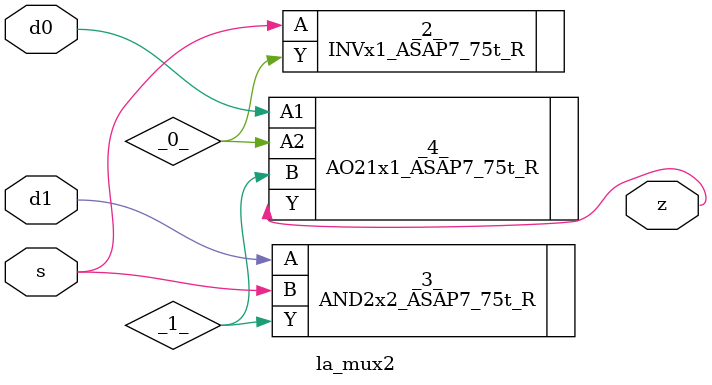
<source format=v>

/* Generated by Yosys 0.44 (git sha1 80ba43d26, g++ 11.4.0-1ubuntu1~22.04 -fPIC -O3) */

(* top =  1  *)
(* src = "generated" *)
module la_mux2 (
    d0,
    d1,
    s,
    z
);
  wire _0_;
  wire _1_;
  (* src = "generated" *)
  input d0;
  wire d0;
  (* src = "generated" *)
  input d1;
  wire d1;
  (* src = "generated" *)
  input s;
  wire s;
  (* src = "generated" *)
  output z;
  wire z;
  INVx1_ASAP7_75t_R _2_ (
      .A(s),
      .Y(_0_)
  );
  AND2x2_ASAP7_75t_R _3_ (
      .A(d1),
      .B(s),
      .Y(_1_)
  );
  AO21x1_ASAP7_75t_R _4_ (
      .A1(d0),
      .A2(_0_),
      .B (_1_),
      .Y (z)
  );
endmodule

</source>
